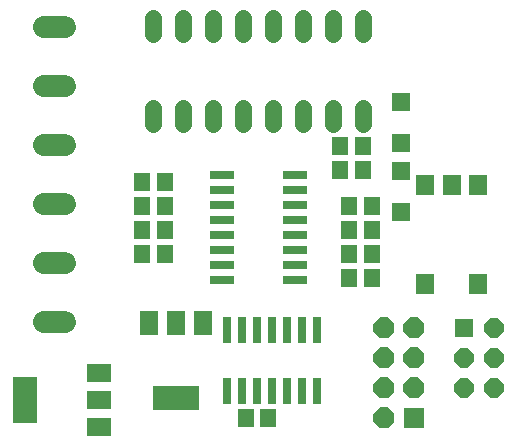
<source format=gts>
G75*
G70*
%OFA0B0*%
%FSLAX24Y24*%
%IPPOS*%
%LPD*%
%AMOC8*
5,1,8,0,0,1.08239X$1,22.5*
%
%ADD10R,0.0280X0.0910*%
%ADD11R,0.0840X0.0300*%
%ADD12C,0.0560*%
%ADD13R,0.0552X0.0631*%
%ADD14R,0.0700X0.0700*%
%ADD15OC8,0.0700*%
%ADD16R,0.0640X0.0640*%
%ADD17OC8,0.0640*%
%ADD18R,0.0631X0.0827*%
%ADD19R,0.1536X0.0827*%
%ADD20R,0.0591X0.0670*%
%ADD21R,0.0827X0.0631*%
%ADD22R,0.0827X0.1536*%
%ADD23C,0.0745*%
%ADD24R,0.0631X0.0631*%
D10*
X010879Y003697D03*
X011379Y003697D03*
X011879Y003697D03*
X012379Y003697D03*
X012879Y003697D03*
X013379Y003697D03*
X013879Y003697D03*
X013879Y005747D03*
X013379Y005747D03*
X012879Y005747D03*
X012379Y005747D03*
X011879Y005747D03*
X011379Y005747D03*
X010879Y005747D03*
D11*
X010719Y007422D03*
X010719Y007922D03*
X010719Y008422D03*
X010719Y008922D03*
X010719Y009422D03*
X010719Y009922D03*
X010719Y010422D03*
X010719Y010922D03*
X013139Y010922D03*
X013139Y010422D03*
X013139Y009922D03*
X013139Y009422D03*
X013139Y008922D03*
X013139Y008422D03*
X013139Y007922D03*
X013139Y007422D03*
D12*
X013429Y012612D02*
X013429Y013132D01*
X014429Y013132D02*
X014429Y012612D01*
X015429Y012612D02*
X015429Y013132D01*
X015429Y015612D02*
X015429Y016132D01*
X014429Y016132D02*
X014429Y015612D01*
X013429Y015612D02*
X013429Y016132D01*
X012429Y016132D02*
X012429Y015612D01*
X011429Y015612D02*
X011429Y016132D01*
X010429Y016132D02*
X010429Y015612D01*
X009429Y015612D02*
X009429Y016132D01*
X008429Y016132D02*
X008429Y015612D01*
X008429Y013132D02*
X008429Y012612D01*
X009429Y012612D02*
X009429Y013132D01*
X010429Y013132D02*
X010429Y012612D01*
X011429Y012612D02*
X011429Y013132D01*
X012429Y013132D02*
X012429Y012612D01*
D13*
X014655Y011872D03*
X014655Y011072D03*
X015403Y011072D03*
X015403Y011872D03*
X015703Y009872D03*
X014955Y009872D03*
X014955Y009072D03*
X015703Y009072D03*
X015703Y008272D03*
X014955Y008272D03*
X014955Y007472D03*
X015703Y007472D03*
X012253Y002822D03*
X011505Y002822D03*
X008803Y008272D03*
X008803Y009072D03*
X008055Y009072D03*
X008055Y008272D03*
X008055Y009872D03*
X008803Y009872D03*
X008803Y010672D03*
X008055Y010672D03*
D14*
X017129Y002822D03*
D15*
X017129Y003822D03*
X017129Y004822D03*
X017129Y005822D03*
X016129Y005822D03*
X016129Y004822D03*
X016129Y003822D03*
X016129Y002822D03*
D16*
X018779Y005822D03*
D17*
X019779Y005822D03*
X019779Y004822D03*
X019779Y003822D03*
X018779Y003822D03*
X018779Y004822D03*
D18*
X010084Y005962D03*
X009179Y005962D03*
X008273Y005962D03*
D19*
X009179Y003482D03*
D20*
X017493Y007268D03*
X019265Y007268D03*
X019265Y010575D03*
X018379Y010575D03*
X017493Y010575D03*
D21*
X006619Y004327D03*
X006619Y003422D03*
X006619Y002516D03*
D22*
X004139Y003422D03*
D23*
X004776Y006001D02*
X005481Y006001D01*
X005481Y007969D02*
X004776Y007969D01*
X004776Y009938D02*
X005481Y009938D01*
X005481Y011906D02*
X004776Y011906D01*
X004776Y013875D02*
X005481Y013875D01*
X005481Y015843D02*
X004776Y015843D01*
D24*
X016679Y013361D03*
X016679Y011983D03*
X016679Y011061D03*
X016679Y009683D03*
M02*

</source>
